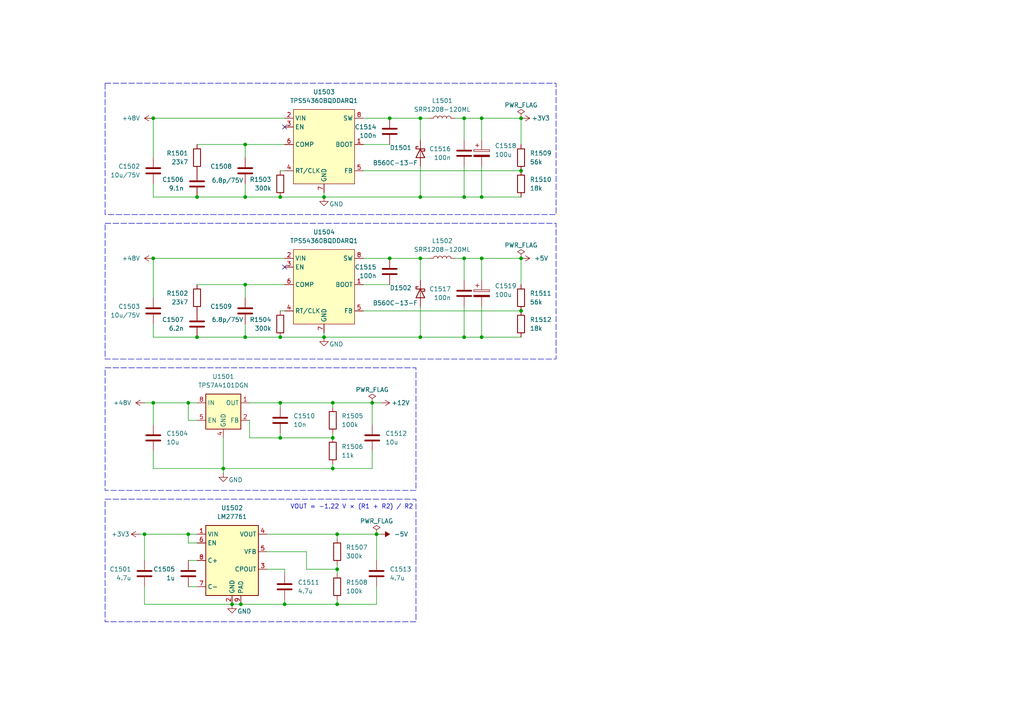
<source format=kicad_sch>
(kicad_sch (version 20231120) (generator "eeschema") (generator_version "8.0")
  (paper "A4")
  (title_block (title "Power supply - low level driver") (date "2024-06-28"))
  (lib_symbols
    (symbol "C_1" (pin_numbers hide) (pin_names (offset 0.254))
      (property "Reference" "C" (at 0.635 2.54 0))
      (property "Value" "C" (at 0.635 -2.54 0))
      (symbol "C_1_0_1"
        (polyline (pts (xy -2.032 -0.762) (xy 2.032 -0.762)) (stroke (width 0.508)))
        (polyline (pts (xy -2.032 0.762) (xy 2.032 0.762)) (stroke (width 0.508)))
      )
      (symbol "C_1_1_1"
        (pin passive line (at 0 3.81 270) (length 2.794) (name "~") (number "1"))
        (pin passive line (at 0 -3.81 90) (length 2.794) (name "~") (number "2"))
      )
    )
    (symbol "Device:C" (pin_numbers hide) (pin_names (offset 0.254))
      (property "Reference" "C" (at 0.635 2.54 0))
      (property "Value" "C" (at 0.635 -2.54 0))
      (symbol "C_0_1"
        (polyline (pts (xy -2.032 -0.762) (xy 2.032 -0.762)) (stroke (width 0.508)))
        (polyline (pts (xy -2.032 0.762) (xy 2.032 0.762)) (stroke (width 0.508)))
      )
      (symbol "C_1_1"
        (pin passive line (at 0 3.81 270) (length 2.794) (name "~") (number "1"))
        (pin passive line (at 0 -3.81 90) (length 2.794) (name "~") (number "2"))
      )
    )
    (symbol "Device:C_Polarized" (pin_numbers hide) (pin_names (offset 0.254))
      (property "Reference" "C" (at 0.635 2.54 0))
      (property "Value" "C_Polarized" (at 0.635 -2.54 0))
      (symbol "C_Polarized_0_1"
        (rectangle (start -2.286 0.508) (end 2.286 1.016))
        (polyline (pts (xy -1.778 2.286) (xy -0.762 2.286)))
        (polyline (pts (xy -1.27 2.794) (xy -1.27 1.778)))
        (rectangle (start 2.286 -0.508) (end -2.286 -1.016) (fill (type outline)))
      )
      (symbol "C_Polarized_1_1"
        (pin passive line (at 0 3.81 270) (length 2.794) (name "~") (number "1"))
        (pin passive line (at 0 -3.81 90) (length 2.794) (name "~") (number "2"))
      )
    )
    (symbol "Device:D_Schottky" (pin_numbers hide) (pin_names (offset 1.016) hide)
      (property "Reference" "D" (at 0 2.54 0))
      (property "Value" "D_Schottky" (at 0 -2.54 0))
      (symbol "D_Schottky_0_1"
        (polyline (pts (xy 1.27 0) (xy -1.27 0)))
        (polyline (pts (xy 1.27 1.27) (xy 1.27 -1.27) (xy -1.27 0) (xy 1.27 1.27)) (stroke (width 0.254)))
        (polyline (pts (xy -1.905 0.635) (xy -1.905 1.27) (xy -1.27 1.27) (xy -1.27 -1.27) (xy -0.635 -1.27) (xy -0.635 -0.635)) (stroke (width 0.254)))
      )
      (symbol "D_Schottky_1_1"
        (pin passive line (at -3.81 0 0) (length 2.54) (name "K") (number "1"))
        (pin passive line (at 3.81 0 180) (length 2.54) (name "A") (number "2"))
      )
    )
    (symbol "Device:L" (pin_numbers hide) (pin_names (offset 1.016) hide)
      (property "Reference" "L" (at -1.27 0 90))
      (property "Value" "L" (at 1.905 0 90))
      (symbol "L_0_1"
        (arc (start 0 -2.54) (mid 0.6323 -1.905) (end 0 -1.27))
        (arc (start 0 -1.27) (mid 0.6323 -0.635) (end 0 0))
        (arc (start 0 0) (mid 0.6323 0.635) (end 0 1.27))
        (arc (start 0 1.27) (mid 0.6323 1.905) (end 0 2.54))
      )
      (symbol "L_1_1"
        (pin passive line (at 0 3.81 270) (length 1.27) (name "1") (number "1"))
        (pin passive line (at 0 -3.81 90) (length 1.27) (name "2") (number "2"))
      )
    )
    (symbol "Device:R" (pin_numbers hide) (pin_names (offset 0))
      (property "Reference" "R" (at 2.032 0 90))
      (property "Value" "R" (at 0 0 90))
      (symbol "R_0_1"
        (rectangle (start -1.016 -2.54) (end 1.016 2.54) (stroke (width 0.254)))
      )
      (symbol "R_1_1"
        (pin passive line (at 0 3.81 270) (length 1.27) (name "~") (number "1"))
        (pin passive line (at 0 -3.81 90) (length 1.27) (name "~") (number "2"))
      )
    )
    (symbol "Power_source:TPS54360B-Q1"
      (property "Reference" "U" (at -8.382 14.224 0))
      (property "Value" "TPS54360BQDDARQ1" (at 0.762 11.938 0))
      (symbol "TPS54360B-Q1_0_0"
        (pin output line (at 11.43 0 180) (length 2.54) (name "BOOT") (number "1"))
        (pin power_in line (at -11.43 7.62 0) (length 2.54) (name "VIN") (number "2"))
        (pin input line (at -11.43 5.08 0) (length 2.54) (name "EN") (number "3"))
        (pin input line (at -11.43 -7.62 0) (length 2.54) (name "RT/CLK") (number "4"))
        (pin input line (at 11.43 -7.62 180) (length 2.54) (name "FB") (number "5"))
        (pin output line (at -11.43 0 0) (length 2.54) (name "COMP") (number "6"))
        (pin passive line (at 0 -13.97 90) (length 2.54) (name "GND") (number "7"))
        (pin power_out line (at 11.43 7.62 180) (length 2.54) (name "SW") (number "8"))
        (pin passive line (at 0 -13.97 90) (length 2.54) hide (name "Thermal_Pad") (number "9"))
      )
      (symbol "TPS54360B-Q1_0_1"
        (rectangle (start -8.89 10.16) (end 8.89 -11.43) (fill (type background)))
      )
    )
    (symbol "Regulator_Linear:TPS7A4101DGN"
      (property "Reference" "U" (at -5.08 -6.35 0))
      (property "Value" "TPS7A4101DGN" (at 1.27 -6.35 0))
      (symbol "TPS7A4101DGN_0_1"
        (rectangle (start -5.08 5.08) (end 5.08 -5.08) (stroke (width 0.254)) (fill (type background)))
      )
      (symbol "TPS7A4101DGN_1_0"
        (pin no_connect line (at -5.08 0 0) (length 2.54) hide (name "NC") (number "3"))
        (pin no_connect line (at 5.08 0 180) (length 2.54) hide (name "NC") (number "6"))
        (pin no_connect line (at 0 5.08 270) (length 2.54) hide (name "NC") (number "7"))
        (pin power_in line (at -7.62 2.54 0) (length 2.54) (name "IN") (number "8"))
        (pin passive line (at 0 -7.62 90) (length 2.54) hide (name "GND") (number "9"))
      )
      (symbol "TPS7A4101DGN_1_1"
        (pin power_out line (at 7.62 2.54 180) (length 2.54) (name "OUT") (number "1"))
        (pin input line (at 7.62 -2.54 180) (length 2.54) (name "FB") (number "2"))
        (pin power_in line (at 0 -7.62 90) (length 2.54) (name "GND") (number "4"))
        (pin input line (at -7.62 -2.54 0) (length 2.54) (name "EN") (number "5"))
      )
    )
    (symbol "Regulator_SwitchedCapacitor:LM27761"
      (property "Reference" "U" (at -6.35 11.43 0))
      (property "Value" "LM27761" (at 3.302 11.43 0))
      (symbol "LM27761_0_1"
        (rectangle (start -7.62 10.16) (end 7.62 -10.16) (stroke (width 0.254)) (fill (type background)))
      )
      (symbol "LM27761_1_1"
        (pin power_in line (at -10.16 7.62 0) (length 2.54) (name "VIN") (number "1"))
        (pin power_in line (at 0 -12.7 90) (length 2.54) (name "GND") (number "2"))
        (pin power_out line (at 10.16 -2.54 180) (length 2.54) (name "CPOUT") (number "3"))
        (pin power_out line (at 10.16 7.62 180) (length 2.54) (name "VOUT") (number "4"))
        (pin input line (at 10.16 2.54 180) (length 2.54) (name "VFB") (number "5"))
        (pin input line (at -10.16 5.08 0) (length 2.54) (name "EN") (number "6"))
        (pin passive line (at -10.16 -7.62 0) (length 2.54) (name "C-") (number "7"))
        (pin passive line (at -10.16 0 0) (length 2.54) (name "C+") (number "8"))
        (pin power_in line (at 2.54 -12.7 90) (length 2.54) (name "PAD") (number "9"))
      )
    )
    (symbol "power:+12V" (power) (pin_names (offset 0))
      (property "Value" "+12V" (at 0 3.556 0))
      (symbol "+12V_0_1"
        (polyline (pts (xy -0.762 1.27) (xy 0 2.54)))
        (polyline (pts (xy 0 0) (xy 0 2.54)))
        (polyline (pts (xy 0 2.54) (xy 0.762 1.27)))
      )
      (symbol "+12V_1_1"
        (pin power_in line (at 0 0 90) (length 0) hide (name "+12V") (number "1"))
      )
    )
    (symbol "power:+3V3" (power) (pin_names (offset 0))
      (property "Value" "+3V3" (at 0 3.556 0))
      (symbol "+3V3_0_1"
        (polyline (pts (xy -0.762 1.27) (xy 0 2.54)))
        (polyline (pts (xy 0 0) (xy 0 2.54)))
        (polyline (pts (xy 0 2.54) (xy 0.762 1.27)))
      )
      (symbol "+3V3_1_1"
        (pin power_in line (at 0 0 90) (length 0) hide (name "+3V3") (number "1"))
      )
    )
    (symbol "power:+48V" (power) (pin_numbers hide) (pin_names (offset 0) hide)
      (property "Value" "+48V" (at 0 3.556 0))
      (symbol "+48V_0_1"
        (polyline (pts (xy -0.762 1.27) (xy 0 2.54)))
        (polyline (pts (xy 0 0) (xy 0 2.54)))
        (polyline (pts (xy 0 2.54) (xy 0.762 1.27)))
      )
      (symbol "+48V_1_1"
        (pin power_in line (at 0 0 90) (length 0) (name "~") (number "1"))
      )
    )
    (symbol "power:+5V" (power) (pin_numbers hide) (pin_names (offset 0) hide)
      (property "Value" "+5V" (at 0 3.556 0))
      (symbol "+5V_0_1"
        (polyline (pts (xy -0.762 1.27) (xy 0 2.54)))
        (polyline (pts (xy 0 0) (xy 0 2.54)))
        (polyline (pts (xy 0 2.54) (xy 0.762 1.27)))
      )
      (symbol "+5V_1_1"
        (pin power_in line (at 0 0 90) (length 0) (name "~") (number "1"))
      )
    )
    (symbol "power:-5V" (power) (pin_numbers hide) (pin_names (offset 0) hide)
      (property "Value" "-5V" (at 0 3.556 0))
      (symbol "-5V_0_0"
        (pin power_in line (at 0 0 90) (length 0) (name "~") (number "1"))
      )
      (symbol "-5V_0_1"
        (polyline (pts (xy 0 0) (xy 0 1.27) (xy 0.762 1.27) (xy 0 2.54) (xy -0.762 1.27) (xy 0 1.27)) (fill (type outline)))
      )
    )
    (symbol "power:GND" (power) (pin_numbers hide) (pin_names (offset 0) hide)
      (property "Value" "GND" (at 0 -3.81 0))
      (symbol "GND_0_1"
        (polyline (pts (xy 0 0) (xy 0 -1.27) (xy 1.27 -1.27) (xy 0 -2.54) (xy -1.27 -1.27) (xy 0 -1.27)))
      )
      (symbol "GND_1_1"
        (pin power_in line (at 0 0 270) (length 0) (name "~") (number "1"))
      )
    )
    (symbol "power:PWR_FLAG" (power) (pin_numbers hide) (pin_names (offset 0) hide)
      (property "Value" "PWR_FLAG" (at 0 3.81 0))
      (symbol "PWR_FLAG_0_0"
        (pin power_out line (at 0 0 90) (length 0) (name "pwr") (number "1"))
      )
      (symbol "PWR_FLAG_0_1"
        (polyline (pts (xy 0 0) (xy 0 1.27) (xy -1.016 1.905) (xy 0 2.54) (xy 1.016 1.905) (xy 0 1.27)))
      )
    )
  )
  (junction (at 69.85 175.26))
  (junction (at 44.45 116.84))
  (junction (at 44.45 34.29))
  (junction (at 82.55 175.26))
  (junction (at 96.52 135.89))
  (junction (at 57.15 57.15))
  (junction (at 97.79 154.94))
  (junction (at 54.61 116.84))
  (junction (at 139.7 34.29))
  (junction (at 107.95 116.84))
  (junction (at 151.13 49.53))
  (junction (at 121.92 57.15))
  (junction (at 113.03 74.93))
  (junction (at 71.12 41.91))
  (junction (at 54.61 154.94))
  (junction (at 81.28 127))
  (junction (at 96.52 127))
  (junction (at 71.12 82.55))
  (junction (at 134.62 97.79))
  (junction (at 97.79 175.26))
  (junction (at 109.22 154.94))
  (junction (at 81.28 57.15))
  (junction (at 41.91 154.94))
  (junction (at 134.62 34.29))
  (junction (at 151.13 34.29))
  (junction (at 113.03 34.29))
  (junction (at 97.79 165.1))
  (junction (at 139.7 74.93))
  (junction (at 64.77 135.89))
  (junction (at 151.13 90.17))
  (junction (at 134.62 74.93))
  (junction (at 93.98 97.79))
  (junction (at 151.13 74.93))
  (junction (at 139.7 97.79))
  (junction (at 71.12 97.79))
  (junction (at 81.28 97.79))
  (junction (at 134.62 57.15))
  (junction (at 81.28 116.84))
  (junction (at 139.7 57.15))
  (junction (at 121.92 34.29))
  (junction (at 121.92 74.93))
  (junction (at 67.31 175.26))
  (junction (at 96.52 116.84))
  (junction (at 57.15 97.79))
  (junction (at 121.92 97.79))
  (junction (at 93.98 57.15))
  (junction (at 71.12 57.15))
  (junction (at 44.45 74.93))
  (no_connect (at 82.55 36.83))
  (no_connect (at 82.55 77.47))
  (wire (pts (xy 134.62 34.29) (xy 139.7 34.29)))
  (wire (pts (xy 57.15 82.55) (xy 71.12 82.55)))
  (wire (pts (xy 139.7 97.79) (xy 151.13 97.79)))
  (wire (pts (xy 41.91 154.94) (xy 41.91 162.56)))
  (wire (pts (xy 97.79 165.1) (xy 97.79 166.37)))
  (wire (pts (xy 54.61 170.18) (xy 57.15 170.18)))
  (wire (pts (xy 151.13 41.91) (xy 151.13 34.29)))
  (wire (pts (xy 139.7 74.93) (xy 151.13 74.93)))
  (wire (pts (xy 64.77 135.89) (xy 64.77 127)))
  (wire (pts (xy 41.91 116.84) (xy 44.45 116.84)))
  (wire (pts (xy 54.61 116.84) (xy 57.15 116.84)))
  (wire (pts (xy 57.15 97.79) (xy 71.12 97.79)))
  (wire (pts (xy 72.39 127) (xy 81.28 127)))
  (wire (pts (xy 44.45 93.98) (xy 44.45 97.79)))
  (wire (pts (xy 64.77 135.89) (xy 96.52 135.89)))
  (wire (pts (xy 54.61 121.92) (xy 54.61 116.84)))
  (wire (pts (xy 151.13 82.55) (xy 151.13 74.93)))
  (wire (pts (xy 113.03 34.29) (xy 121.92 34.29)))
  (wire (pts (xy 107.95 130.81) (xy 107.95 135.89)))
  (wire (pts (xy 132.08 74.93) (xy 134.62 74.93)))
  (wire (pts (xy 109.22 154.94) (xy 110.49 154.94)))
  (wire (pts (xy 134.62 74.93) (xy 139.7 74.93)))
  (wire (pts (xy 44.45 53.34) (xy 44.45 57.15)))
  (wire (pts (xy 71.12 41.91) (xy 82.55 41.91)))
  (wire (pts (xy 44.45 116.84) (xy 54.61 116.84)))
  (wire (pts (xy 109.22 154.94) (xy 109.22 162.56)))
  (wire (pts (xy 93.98 57.15) (xy 93.98 55.88)))
  (wire (pts (xy 88.9 160.02) (xy 88.9 165.1)))
  (wire (pts (xy 105.41 34.29) (xy 113.03 34.29)))
  (wire (pts (xy 82.55 165.1) (xy 82.55 166.37)))
  (wire (pts (xy 41.91 175.26) (xy 67.31 175.26)))
  (wire (pts (xy 139.7 74.93) (xy 139.7 81.28)))
  (wire (pts (xy 41.91 170.18) (xy 41.91 175.26)))
  (wire (pts (xy 44.45 116.84) (xy 44.45 123.19)))
  (wire (pts (xy 105.41 82.55) (xy 113.03 82.55)))
  (wire (pts (xy 81.28 116.84) (xy 96.52 116.84)))
  (wire (pts (xy 121.92 48.26) (xy 121.92 57.15)))
  (wire (pts (xy 139.7 34.29) (xy 139.7 40.64)))
  (wire (pts (xy 81.28 116.84) (xy 81.28 118.11)))
  (wire (pts (xy 44.45 34.29) (xy 44.45 45.72)))
  (wire (pts (xy 96.52 125.73) (xy 96.52 127)))
  (wire (pts (xy 107.95 116.84) (xy 96.52 116.84)))
  (wire (pts (xy 93.98 57.15) (xy 121.92 57.15)))
  (wire (pts (xy 71.12 41.91) (xy 71.12 45.72)))
  (wire (pts (xy 105.41 41.91) (xy 113.03 41.91)))
  (wire (pts (xy 44.45 74.93) (xy 82.55 74.93)))
  (wire (pts (xy 97.79 163.83) (xy 97.79 165.1)))
  (wire (pts (xy 54.61 162.56) (xy 57.15 162.56)))
  (wire (pts (xy 105.41 90.17) (xy 151.13 90.17)))
  (wire (pts (xy 121.92 88.9) (xy 121.92 97.79)))
  (wire (pts (xy 107.95 135.89) (xy 96.52 135.89)))
  (wire (pts (xy 57.15 41.91) (xy 71.12 41.91)))
  (wire (pts (xy 139.7 57.15) (xy 151.13 57.15)))
  (wire (pts (xy 134.62 34.29) (xy 134.62 40.64)))
  (wire (pts (xy 77.47 154.94) (xy 97.79 154.94)))
  (wire (pts (xy 88.9 165.1) (xy 97.79 165.1)))
  (wire (pts (xy 93.98 97.79) (xy 121.92 97.79)))
  (wire (pts (xy 121.92 97.79) (xy 134.62 97.79)))
  (wire (pts (xy 97.79 173.99) (xy 97.79 175.26)))
  (wire (pts (xy 107.95 123.19) (xy 107.95 116.84)))
  (wire (pts (xy 97.79 154.94) (xy 109.22 154.94)))
  (wire (pts (xy 109.22 170.18) (xy 109.22 175.26)))
  (wire (pts (xy 113.03 74.93) (xy 121.92 74.93)))
  (wire (pts (xy 134.62 88.9) (xy 134.62 97.79)))
  (wire (pts (xy 71.12 97.79) (xy 81.28 97.79)))
  (wire (pts (xy 97.79 154.94) (xy 97.79 156.21)))
  (wire (pts (xy 44.45 135.89) (xy 64.77 135.89)))
  (wire (pts (xy 107.95 116.84) (xy 110.49 116.84)))
  (wire (pts (xy 81.28 90.17) (xy 82.55 90.17)))
  (wire (pts (xy 139.7 34.29) (xy 151.13 34.29)))
  (wire (pts (xy 96.52 134.62) (xy 96.52 135.89)))
  (wire (pts (xy 41.91 154.94) (xy 54.61 154.94)))
  (wire (pts (xy 81.28 127) (xy 96.52 127)))
  (wire (pts (xy 57.15 121.92) (xy 54.61 121.92)))
  (wire (pts (xy 71.12 53.34) (xy 71.12 57.15)))
  (wire (pts (xy 139.7 57.15) (xy 134.62 57.15)))
  (wire (pts (xy 134.62 74.93) (xy 134.62 81.28)))
  (wire (pts (xy 71.12 82.55) (xy 82.55 82.55)))
  (wire (pts (xy 124.46 34.29) (xy 121.92 34.29)))
  (wire (pts (xy 64.77 137.16) (xy 64.77 135.89)))
  (wire (pts (xy 105.41 49.53) (xy 151.13 49.53)))
  (wire (pts (xy 121.92 81.28) (xy 121.92 74.93)))
  (wire (pts (xy 124.46 74.93) (xy 121.92 74.93)))
  (wire (pts (xy 81.28 125.73) (xy 81.28 127)))
  (wire (pts (xy 139.7 48.26) (xy 139.7 57.15)))
  (wire (pts (xy 57.15 57.15) (xy 71.12 57.15)))
  (wire (pts (xy 139.7 97.79) (xy 134.62 97.79)))
  (wire (pts (xy 121.92 40.64) (xy 121.92 34.29)))
  (wire (pts (xy 132.08 34.29) (xy 134.62 34.29)))
  (wire (pts (xy 72.39 116.84) (xy 81.28 116.84)))
  (wire (pts (xy 72.39 121.92) (xy 72.39 127)))
  (wire (pts (xy 57.15 157.48) (xy 54.61 157.48)))
  (wire (pts (xy 96.52 118.11) (xy 96.52 116.84)))
  (wire (pts (xy 105.41 74.93) (xy 113.03 74.93)))
  (wire (pts (xy 44.45 130.81) (xy 44.45 135.89)))
  (wire (pts (xy 93.98 97.79) (xy 93.98 96.52)))
  (wire (pts (xy 121.92 57.15) (xy 134.62 57.15)))
  (wire (pts (xy 97.79 175.26) (xy 82.55 175.26)))
  (wire (pts (xy 40.64 154.94) (xy 41.91 154.94)))
  (wire (pts (xy 44.45 97.79) (xy 57.15 97.79)))
  (wire (pts (xy 69.85 175.26) (xy 82.55 175.26)))
  (wire (pts (xy 77.47 165.1) (xy 82.55 165.1)))
  (wire (pts (xy 81.28 49.53) (xy 82.55 49.53)))
  (wire (pts (xy 81.28 97.79) (xy 93.98 97.79)))
  (wire (pts (xy 109.22 175.26) (xy 97.79 175.26)))
  (wire (pts (xy 44.45 34.29) (xy 82.55 34.29)))
  (wire (pts (xy 82.55 173.99) (xy 82.55 175.26)))
  (wire (pts (xy 71.12 82.55) (xy 71.12 86.36)))
  (wire (pts (xy 54.61 154.94) (xy 57.15 154.94)))
  (wire (pts (xy 54.61 157.48) (xy 54.61 154.94)))
  (wire (pts (xy 77.47 160.02) (xy 88.9 160.02)))
  (wire (pts (xy 134.62 48.26) (xy 134.62 57.15)))
  (wire (pts (xy 71.12 57.15) (xy 81.28 57.15)))
  (wire (pts (xy 67.31 175.26) (xy 69.85 175.26)))
  (wire (pts (xy 44.45 74.93) (xy 44.45 86.36)))
  (wire (pts (xy 44.45 57.15) (xy 57.15 57.15)))
  (wire (pts (xy 139.7 88.9) (xy 139.7 97.79)))
  (wire (pts (xy 71.12 93.98) (xy 71.12 97.79)))
  (wire (pts (xy 81.28 57.15) (xy 93.98 57.15)))
  (rectangle (start 30.48 24.13) (end 161.29 62.23) (stroke (width 0) (type dash)))
  (rectangle (start 30.48 64.77) (end 161.29 104.14) (stroke (width 0) (type dash)))
  (rectangle (start 30.48 106.68) (end 120.65 142.24) (stroke (width 0) (type dash)))
  (rectangle (start 30.48 144.78) (end 120.65 180.34) (stroke (width 0) (type dash)))
  (text "VOUT = -1.22 V × (R1 + R2) / R2" (at 119.888 147.066 0) (effects (font (size 1.27 1.27)) (justify right)))
  (symbol (lib_id "Device:C") (at 81.28 121.92 0) (unit 1)
    (property "Reference" "C1510" (at 85.09 120.6499 0) (effects (justify left)))
    (property "Value" "10n" (at 85.09 123.1899 0) (effects (justify left)))
  )
  (symbol (lib_id "power:+3V3") (at 151.13 34.29 270) (mirror x) (unit 1)
    (property "Reference" "#PWR01511" (effects (hide yes)))
    (property "Value" "+3V3" (at 156.845 34.29 90))
  )
  (symbol (lib_id "Device:R") (at 81.28 93.98 0) (mirror y) (unit 1)
    (property "Reference" "R1504" (at 78.74 92.7099 0) (effects (justify left)))
    (property "Value" "300k" (at 78.74 95.2499 0) (effects (justify left)))
  )
  (symbol (lib_id "power:+48V") (at 44.45 34.29 90) (unit 1)
    (property "Reference" "#PWR01503" (effects (hide yes)))
    (property "Value" "+48V" (at 40.64 34.2899 90) (effects (justify left)))
    (property "Description" "Power symbol creates a global label with name \"+48V\"" (effects (hide yes)))
  )
  (symbol (lib_id "Device:C") (at 54.61 166.37 0) (mirror y) (unit 1)
    (property "Reference" "C1505" (at 50.8 165.0999 0) (effects (justify left)))
    (property "Value" "1u" (at 50.8 167.6399 0) (effects (justify left)))
  )
  (symbol (lib_id "Device:C") (at 44.45 49.53 0) (mirror y) (unit 1)
    (property "Reference" "C1502" (at 40.64 48.2599 0) (effects (justify left)))
    (property "Value" "10u/75V" (at 40.64 50.7999 0) (effects (justify left)))
  )
  (symbol (lib_id "Device:C") (at 41.91 166.37 0) (mirror y) (unit 1)
    (property "Reference" "C1501" (at 38.1 165.0999 0) (effects (justify left)))
    (property "Value" "4.7u" (at 38.1 167.6399 0) (effects (justify left)))
  )
  (symbol (lib_id "Power_source:TPS54360B-Q1") (at 93.98 41.91 0) (unit 1)
    (property "Reference" "U1503" (at 93.98 26.67 0))
    (property "Value" "TPS54360BQDDARQ1" (at 93.98 29.21 0))
    (property "Footprint" "Package_SO:Texas_R-PDSO-G8_EP2.95x4.9mm_Mask2.4x3.1mm_ThermalVias" (effects (hide yes)))
    (property "Datasheet" "https://www.ti.com/lit/ds/symlink/tps54360b-q1.pdf?ts=1719760487266&ref_url=https%253A%252F%252Fcz.mouser.com%252F" (effects (hide yes)))
  )
  (symbol (lib_id "power:+3V3") (at 40.64 154.94 90) (mirror x) (unit 1)
    (property "Reference" "#PWR01501" (effects (hide yes)))
    (property "Value" "+3V3" (at 34.925 154.94 90))
  )
  (symbol (lib_id "Regulator_Linear:TPS7A4101DGN") (at 64.77 119.38 0) (unit 1)
    (property "Reference" "U1501" (at 64.77 109.22 0))
    (property "Value" "TPS7A4101DGN" (at 64.77 111.76 0))
    (property "Footprint" "Package_SO:Texas_DGN0008B_VSSOP-8-1EP_3x3mm_P0.65mm_EP2x3mm_Mask1.88x1.98mm_ThermalVias" (effects (hide yes)))
    (property "Datasheet" "https://www.ti.com/lit/ds/symlink/tps7a4101.pdf" (effects (hide yes)))
    (property "Description" "High voltage low-dropout linear regulator, 7V to 50 VIn, 1.175V to 48V output, 50mA, MSOP-8-EP" (effects (hide yes)))
  )
  (symbol (lib_id "power:PWR_FLAG") (at 107.95 116.84 0) (unit 1)
    (property "Reference" "#FLG01501" (effects (hide yes)))
    (property "Value" "PWR_FLAG" (at 107.95 113.03 0))
  )
  (symbol (lib_id "power:GND") (at 93.98 57.15 0) (unit 1)
    (property "Reference" "#PWR01507" (effects (hide yes)))
    (property "Value" "GND" (at 97.536 59.182 0))
    (property "Description" "Power symbol creates a global label with name \"GND\" , ground" (effects (hide yes)))
  )
  (symbol (lib_id "Device:R") (at 151.13 86.36 0) (unit 1)
    (property "Reference" "R1511" (at 153.67 85.0899 0) (effects (justify left)))
    (property "Value" "56k" (at 153.67 87.6299 0) (effects (justify left)))
  )
  (symbol (lib_name "C_1") (lib_id "Device:C") (at 71.12 90.17 0) (mirror y) (unit 1)
    (property "Reference" "C1509" (at 67.31 88.8999 0) (effects (justify left)))
    (property "Value" "6.8p/75V" (at 70.612 92.71 0) (effects (justify left)))
  )
  (symbol (lib_name "C_1") (lib_id "Device:C") (at 57.15 53.34 0) (mirror y) (unit 1)
    (property "Reference" "C1506" (at 53.34 52.0699 0) (effects (justify left)))
    (property "Value" "9.1n" (at 53.34 54.6099 0) (effects (justify left)))
  )
  (symbol (lib_id "Device:R") (at 97.79 160.02 0) (unit 1)
    (property "Reference" "R1507" (at 100.33 158.7499 0) (effects (justify left)))
    (property "Value" "300k" (at 100.33 161.2899 0) (effects (justify left)))
  )
  (symbol (lib_id "Device:R") (at 151.13 45.72 0) (unit 1)
    (property "Reference" "R1509" (at 153.67 44.4499 0) (effects (justify left)))
    (property "Value" "56k" (at 153.67 46.9899 0) (effects (justify left)))
  )
  (symbol (lib_id "Device:C") (at 109.22 166.37 0) (unit 1)
    (property "Reference" "C1513" (at 113.03 165.0999 0) (effects (justify left)))
    (property "Value" "4.7u" (at 113.03 167.6399 0) (effects (justify left)))
  )
  (symbol (lib_id "Device:R") (at 151.13 93.98 0) (unit 1)
    (property "Reference" "R1512" (at 153.67 92.7099 0) (effects (justify left)))
    (property "Value" "18k" (at 153.67 95.2499 0) (effects (justify left)))
  )
  (symbol (lib_name "C_1") (lib_id "Device:C") (at 71.12 49.53 0) (mirror y) (unit 1)
    (property "Reference" "C1508" (at 67.31 48.2599 0) (effects (justify left)))
    (property "Value" "6.8p/75V" (at 70.612 52.324 0) (effects (justify left)))
  )
  (symbol (lib_id "Device:D_Schottky") (at 121.92 44.45 90) (mirror x) (unit 1)
    (property "Reference" "D1501" (at 119.38 42.8624 90) (effects (justify left)))
    (property "Value" "B560C-13-F" (at 121.158 47.244 90) (effects (justify left)))
    (property "Description" "Schottky diode" (effects (hide yes)))
  )
  (symbol (lib_id "Device:R") (at 81.28 53.34 0) (mirror y) (unit 1)
    (property "Reference" "R1503" (at 78.74 52.0699 0) (effects (justify left)))
    (property "Value" "300k" (at 78.74 54.6099 0) (effects (justify left)))
  )
  (symbol (lib_id "Device:R") (at 97.79 170.18 0) (unit 1)
    (property "Reference" "R1508" (at 100.33 168.9099 0) (effects (justify left)))
    (property "Value" "100k" (at 100.33 171.4499 0) (effects (justify left)))
  )
  (symbol (lib_name "C_1") (lib_id "Device:C") (at 134.62 85.09 0) (mirror y) (unit 1)
    (property "Reference" "C1517" (at 130.81 83.8199 0) (effects (justify left)))
    (property "Value" "100n" (at 130.81 86.3599 0) (effects (justify left)))
  )
  (symbol (lib_id "Device:D_Schottky") (at 121.92 85.09 90) (mirror x) (unit 1)
    (property "Reference" "D1502" (at 119.38 83.5024 90) (effects (justify left)))
    (property "Value" "B560C-13-F" (at 121.158 87.884 90) (effects (justify left)))
    (property "Description" "Schottky diode" (effects (hide yes)))
  )
  (symbol (lib_id "Device:R") (at 96.52 130.81 0) (unit 1)
    (property "Reference" "R1506" (at 99.06 129.5399 0) (effects (justify left)))
    (property "Value" "11k" (at 99.06 132.0799 0) (effects (justify left)))
  )
  (symbol (lib_id "Power_source:TPS54360B-Q1") (at 93.98 82.55 0) (unit 1)
    (property "Reference" "U1504" (at 93.98 67.31 0))
    (property "Value" "TPS54360BQDDARQ1" (at 93.98 69.85 0))
    (property "Footprint" "Package_SO:Texas_R-PDSO-G8_EP2.95x4.9mm_Mask2.4x3.1mm_ThermalVias" (effects (hide yes)))
    (property "Datasheet" "https://www.ti.com/lit/ds/symlink/tps54360b-q1.pdf?ts=1719760487266&ref_url=https%253A%252F%252Fcz.mouser.com%252F" (effects (hide yes)))
  )
  (symbol (lib_id "power:PWR_FLAG") (at 151.13 74.93 0) (unit 1)
    (property "Reference" "#FLG01504" (effects (hide yes)))
    (property "Value" "PWR_FLAG" (at 151.13 71.12 0))
  )
  (symbol (lib_name "C_1") (lib_id "Device:C") (at 134.62 44.45 0) (mirror y) (unit 1)
    (property "Reference" "C1516" (at 130.81 43.1799 0) (effects (justify left)))
    (property "Value" "100n" (at 130.81 45.7199 0) (effects (justify left)))
  )
  (symbol (lib_id "Regulator_SwitchedCapacitor:LM27761") (at 67.31 162.56 0) (unit 1)
    (property "Reference" "U1502" (at 67.31 147.32 0))
    (property "Value" "LM27761" (at 67.31 149.86 0))
    (property "Footprint" "Package_SON:WSON-8-1EP_2x2mm_P0.5mm_EP0.9x1.6mm" (effects (hide yes)))
    (property "Datasheet" "http://www.ti.com/lit/ds/symlink/lm27761.pdf" (effects (hide yes)))
    (property "Description" "low-noise regulated switched-capacitor voltage inverter with 2.7V-5.5V input to -1.5 to -5V Output Voltage, WSON-8" (effects (hide yes)))
  )
  (symbol (lib_id "power:GND") (at 64.77 137.16 0) (unit 1)
    (property "Reference" "#PWR01505" (effects (hide yes)))
    (property "Value" "GND" (at 68.326 139.192 0))
    (property "Description" "Power symbol creates a global label with name \"GND\" , ground" (effects (hide yes)))
  )
  (symbol (lib_name "C_1") (lib_id "Device:C") (at 82.55 170.18 0) (unit 1)
    (property "Reference" "C1511" (at 86.36 168.9099 0) (effects (justify left)))
    (property "Value" "4.7u" (at 86.36 171.4499 0) (effects (justify left)))
  )
  (symbol (lib_id "power:PWR_FLAG") (at 151.13 34.29 0) (unit 1)
    (property "Reference" "#FLG01503" (effects (hide yes)))
    (property "Value" "PWR_FLAG" (at 151.13 30.48 0))
  )
  (symbol (lib_id "Device:R") (at 151.13 53.34 0) (unit 1)
    (property "Reference" "R1510" (at 153.67 52.0699 0) (effects (justify left)))
    (property "Value" "18k" (at 153.67 54.6099 0) (effects (justify left)))
  )
  (symbol (lib_id "Device:C") (at 44.45 90.17 0) (mirror y) (unit 1)
    (property "Reference" "C1503" (at 40.64 88.8999 0) (effects (justify left)))
    (property "Value" "10u/75V" (at 40.64 91.4399 0) (effects (justify left)))
  )
  (symbol (lib_id "Device:L") (at 128.27 74.93 270) (mirror x) (unit 1)
    (property "Reference" "L1502" (at 128.27 69.85 90))
    (property "Value" "SRR1208-120ML" (at 128.27 72.39 90))
    (property "Description" "Inductor" (effects (hide yes)))
  )
  (symbol (lib_id "power:+48V") (at 41.91 116.84 90) (unit 1)
    (property "Reference" "#PWR01502" (effects (hide yes)))
    (property "Value" "+48V" (at 38.1 116.8399 90) (effects (justify left)))
    (property "Description" "Power symbol creates a global label with name \"+48V\"" (effects (hide yes)))
  )
  (symbol (lib_id "Device:R") (at 96.52 121.92 0) (unit 1)
    (property "Reference" "R1505" (at 99.06 120.6499 0) (effects (justify left)))
    (property "Value" "100k" (at 99.06 123.1899 0) (effects (justify left)))
  )
  (symbol (lib_id "power:+12V") (at 110.49 116.84 270) (unit 1)
    (property "Reference" "#PWR01509" (effects (hide yes)))
    (property "Value" "+12V" (at 116.205 116.84 90))
  )
  (symbol (lib_id "Device:L") (at 128.27 34.29 270) (mirror x) (unit 1)
    (property "Reference" "L1501" (at 128.27 29.21 90))
    (property "Value" "SRR1208-120ML" (at 128.27 31.75 90))
    (property "Description" "Inductor" (effects (hide yes)))
  )
  (symbol (lib_id "power:-5V") (at 110.49 154.94 270) (unit 1)
    (property "Reference" "#PWR01510" (effects (hide yes)))
    (property "Value" "-5V" (at 114.3 154.9399 90) (effects (justify left)))
    (property "Description" "Power symbol creates a global label with name \"-5V\"" (effects (hide yes)))
  )
  (symbol (lib_id "Device:R") (at 57.15 86.36 0) (mirror y) (unit 1)
    (property "Reference" "R1502" (at 54.61 85.0899 0) (effects (justify left)))
    (property "Value" "23k7" (at 54.61 87.6299 0) (effects (justify left)))
  )
  (symbol (lib_id "Device:C_Polarized") (at 139.7 85.09 0) (unit 1)
    (property "Reference" "C1519" (at 143.51 82.9309 0) (effects (justify left)))
    (property "Value" "100u" (at 143.51 85.4709 0) (effects (justify left)))
    (property "Description" "Polarized capacitor" (effects (hide yes)))
  )
  (symbol (lib_name "C_1") (lib_id "Device:C") (at 57.15 93.98 0) (mirror y) (unit 1)
    (property "Reference" "C1507" (at 53.34 92.7099 0) (effects (justify left)))
    (property "Value" "6.2n" (at 53.34 95.2499 0) (effects (justify left)))
  )
  (symbol (lib_id "Device:C_Polarized") (at 139.7 44.45 0) (unit 1)
    (property "Reference" "C1518" (at 143.51 42.2909 0) (effects (justify left)))
    (property "Value" "100u" (at 143.51 44.8309 0) (effects (justify left)))
    (property "Description" "Polarized capacitor" (effects (hide yes)))
  )
  (symbol (lib_id "power:+48V") (at 44.45 74.93 90) (unit 1)
    (property "Reference" "#PWR01504" (effects (hide yes)))
    (property "Value" "+48V" (at 40.64 74.9299 90) (effects (justify left)))
    (property "Description" "Power symbol creates a global label with name \"+48V\"" (effects (hide yes)))
  )
  (symbol (lib_name "C_1") (lib_id "Device:C") (at 113.03 38.1 0) (mirror y) (unit 1)
    (property "Reference" "C1514" (at 109.22 36.8299 0) (effects (justify left)))
    (property "Value" "100n" (at 109.22 39.3699 0) (effects (justify left)))
  )
  (symbol (lib_id "power:GND") (at 93.98 97.79 0) (unit 1)
    (property "Reference" "#PWR01508" (effects (hide yes)))
    (property "Value" "GND" (at 97.536 99.822 0))
    (property "Description" "Power symbol creates a global label with name \"GND\" , ground" (effects (hide yes)))
  )
  (symbol (lib_id "power:+5V") (at 151.13 74.93 270) (unit 1)
    (property "Reference" "#PWR01512" (effects (hide yes)))
    (property "Value" "+5V" (at 154.94 74.9299 90) (effects (justify left)))
    (property "Description" "Power symbol creates a global label with name \"+5V\"" (effects (hide yes)))
  )
  (symbol (lib_id "power:GND") (at 67.31 175.26 0) (unit 1)
    (property "Reference" "#PWR01506" (effects (hide yes)))
    (property "Value" "GND" (at 70.866 177.292 0))
    (property "Description" "Power symbol creates a global label with name \"GND\" , ground" (effects (hide yes)))
  )
  (symbol (lib_id "Device:C") (at 107.95 127 0) (unit 1)
    (property "Reference" "C1512" (at 111.76 125.7299 0) (effects (justify left)))
    (property "Value" "10u" (at 111.76 128.2699 0) (effects (justify left)))
  )
  (symbol (lib_id "Device:C") (at 44.45 127 0) (unit 1)
    (property "Reference" "C1504" (at 48.26 125.7299 0) (effects (justify left)))
    (property "Value" "10u" (at 48.26 128.2699 0) (effects (justify left)))
  )
  (symbol (lib_id "Device:R") (at 57.15 45.72 0) (mirror y) (unit 1)
    (property "Reference" "R1501" (at 54.61 44.4499 0) (effects (justify left)))
    (property "Value" "23k7" (at 54.61 46.9899 0) (effects (justify left)))
  )
  (symbol (lib_name "C_1") (lib_id "Device:C") (at 113.03 78.74 0) (mirror y) (unit 1)
    (property "Reference" "C1515" (at 109.22 77.4699 0) (effects (justify left)))
    (property "Value" "100n" (at 109.22 80.0099 0) (effects (justify left)))
  )
  (symbol (lib_id "power:PWR_FLAG") (at 109.22 154.94 0) (unit 1)
    (property "Reference" "#FLG01502" (effects (hide yes)))
    (property "Value" "PWR_FLAG" (at 109.22 151.13 0))
  )
)
</source>
